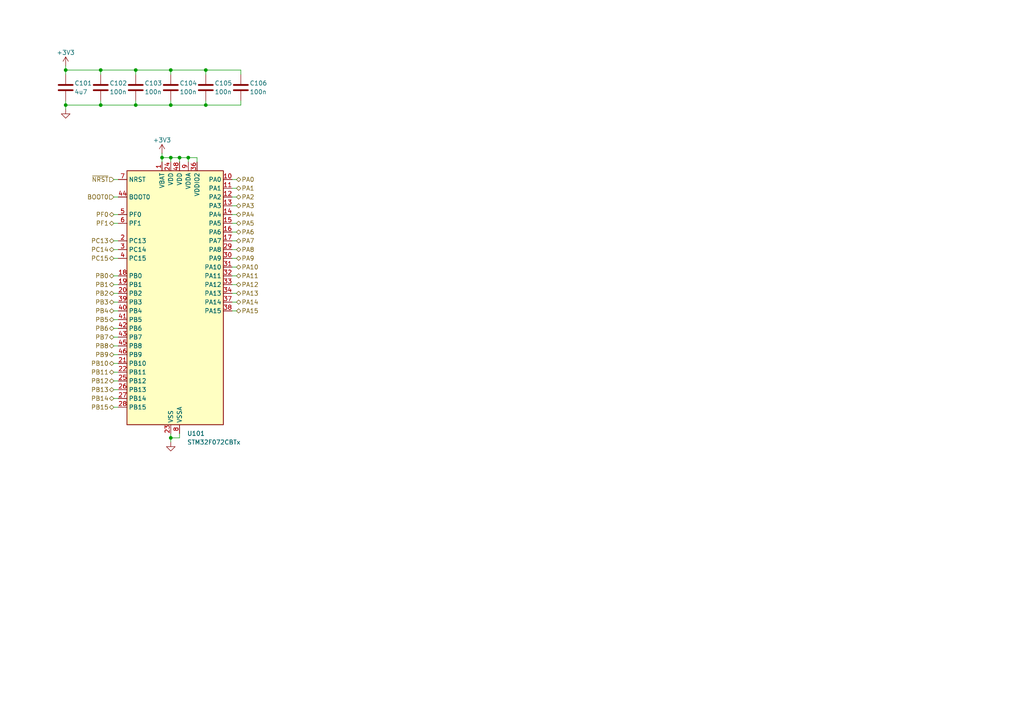
<source format=kicad_sch>
(kicad_sch (version 20231120) (generator "eeschema") (generator_version "8.0")
  (paper "A4")
  (title_block (title "MCU: STM32F072CB") (date "2024-07-08") (rev "1") (company "Scott CJX"))
  (lib_symbols
    (symbol "Device:C" (pin_numbers hide) (pin_names (offset 0.254))
      (property "Reference" "C" (at 0.635 2.54 0))
      (property "Value" "C" (at 0.635 -2.54 0))
      (symbol "C_0_1"
        (polyline (pts (xy -2.032 -0.762) (xy 2.032 -0.762)) (stroke (width 0.508)))
        (polyline (pts (xy -2.032 0.762) (xy 2.032 0.762)) (stroke (width 0.508)))
      )
      (symbol "C_1_1"
        (pin passive line (at 0 3.81 270) (length 2.794) (name "~") (number "1"))
        (pin passive line (at 0 -3.81 90) (length 2.794) (name "~") (number "2"))
      )
    )
    (symbol "MCU_ST_STM32F0:STM32F072CBTx"
      (property "Reference" "U" (at -12.7 39.37 0))
      (property "Value" "STM32F072CBTx" (at 10.16 39.37 0))
      (symbol "STM32F072CBTx_0_1"
        (rectangle (start -12.7 -35.56) (end 15.24 38.1) (stroke (width 0.254)) (fill (type background)))
      )
      (symbol "STM32F072CBTx_1_1"
        (pin power_in line (at -2.54 40.64 270) (length 2.54) (name "VBAT") (number "1"))
        (pin bidirectional line (at 17.78 35.56 180) (length 2.54) (name "PA0") (number "10"))
        (pin bidirectional line (at 17.78 33.02 180) (length 2.54) (name "PA1") (number "11"))
        (pin bidirectional line (at 17.78 30.48 180) (length 2.54) (name "PA2") (number "12"))
        (pin bidirectional line (at 17.78 27.94 180) (length 2.54) (name "PA3") (number "13"))
        (pin bidirectional line (at 17.78 25.4 180) (length 2.54) (name "PA4") (number "14"))
        (pin bidirectional line (at 17.78 22.86 180) (length 2.54) (name "PA5") (number "15"))
        (pin bidirectional line (at 17.78 20.32 180) (length 2.54) (name "PA6") (number "16"))
        (pin bidirectional line (at 17.78 17.78 180) (length 2.54) (name "PA7") (number "17"))
        (pin bidirectional line (at -15.24 7.62 0) (length 2.54) (name "PB0") (number "18"))
        (pin bidirectional line (at -15.24 5.08 0) (length 2.54) (name "PB1") (number "19"))
        (pin bidirectional line (at -15.24 17.78 0) (length 2.54) (name "PC13") (number "2"))
        (pin bidirectional line (at -15.24 2.54 0) (length 2.54) (name "PB2") (number "20"))
        (pin bidirectional line (at -15.24 -17.78 0) (length 2.54) (name "PB10") (number "21"))
        (pin bidirectional line (at -15.24 -20.32 0) (length 2.54) (name "PB11") (number "22"))
        (pin power_in line (at 0 -38.1 90) (length 2.54) (name "VSS") (number "23"))
        (pin power_in line (at 0 40.64 270) (length 2.54) (name "VDD") (number "24"))
        (pin bidirectional line (at -15.24 -22.86 0) (length 2.54) (name "PB12") (number "25"))
        (pin bidirectional line (at -15.24 -25.4 0) (length 2.54) (name "PB13") (number "26"))
        (pin bidirectional line (at -15.24 -27.94 0) (length 2.54) (name "PB14") (number "27"))
        (pin bidirectional line (at -15.24 -30.48 0) (length 2.54) (name "PB15") (number "28"))
        (pin bidirectional line (at 17.78 15.24 180) (length 2.54) (name "PA8") (number "29"))
        (pin bidirectional line (at -15.24 15.24 0) (length 2.54) (name "PC14") (number "3"))
        (pin bidirectional line (at 17.78 12.7 180) (length 2.54) (name "PA9") (number "30"))
        (pin bidirectional line (at 17.78 10.16 180) (length 2.54) (name "PA10") (number "31"))
        (pin bidirectional line (at 17.78 7.62 180) (length 2.54) (name "PA11") (number "32"))
        (pin bidirectional line (at 17.78 5.08 180) (length 2.54) (name "PA12") (number "33"))
        (pin bidirectional line (at 17.78 2.54 180) (length 2.54) (name "PA13") (number "34"))
        (pin passive line (at 0 -38.1 90) (length 2.54) hide (name "VSS") (number "35"))
        (pin power_in line (at 7.62 40.64 270) (length 2.54) (name "VDDIO2") (number "36"))
        (pin bidirectional line (at 17.78 0 180) (length 2.54) (name "PA14") (number "37"))
        (pin bidirectional line (at 17.78 -2.54 180) (length 2.54) (name "PA15") (number "38"))
        (pin bidirectional line (at -15.24 0 0) (length 2.54) (name "PB3") (number "39"))
        (pin bidirectional line (at -15.24 12.7 0) (length 2.54) (name "PC15") (number "4"))
        (pin bidirectional line (at -15.24 -2.54 0) (length 2.54) (name "PB4") (number "40"))
        (pin bidirectional line (at -15.24 -5.08 0) (length 2.54) (name "PB5") (number "41"))
        (pin bidirectional line (at -15.24 -7.62 0) (length 2.54) (name "PB6") (number "42"))
        (pin bidirectional line (at -15.24 -10.16 0) (length 2.54) (name "PB7") (number "43"))
        (pin input line (at -15.24 30.48 0) (length 2.54) (name "BOOT0") (number "44"))
        (pin bidirectional line (at -15.24 -12.7 0) (length 2.54) (name "PB8") (number "45"))
        (pin bidirectional line (at -15.24 -15.24 0) (length 2.54) (name "PB9") (number "46"))
        (pin passive line (at 0 -38.1 90) (length 2.54) hide (name "VSS") (number "47"))
        (pin power_in line (at 2.54 40.64 270) (length 2.54) (name "VDD") (number "48"))
        (pin bidirectional line (at -15.24 25.4 0) (length 2.54) (name "PF0") (number "5"))
        (pin bidirectional line (at -15.24 22.86 0) (length 2.54) (name "PF1") (number "6"))
        (pin input line (at -15.24 35.56 0) (length 2.54) (name "NRST") (number "7"))
        (pin power_in line (at 2.54 -38.1 90) (length 2.54) (name "VSSA") (number "8"))
        (pin power_in line (at 5.08 40.64 270) (length 2.54) (name "VDDA") (number "9"))
      )
    )
    (symbol "power:+3V3" (power) (pin_numbers hide) (pin_names (offset 0) hide)
      (property "Value" "+3V3" (at 0 3.556 0))
      (symbol "+3V3_0_1"
        (polyline (pts (xy -0.762 1.27) (xy 0 2.54)))
        (polyline (pts (xy 0 0) (xy 0 2.54)))
        (polyline (pts (xy 0 2.54) (xy 0.762 1.27)))
      )
      (symbol "+3V3_1_1"
        (pin power_in line (at 0 0 90) (length 0) (name "~") (number "1"))
      )
    )
    (symbol "power:GND" (power) (pin_numbers hide) (pin_names (offset 0) hide)
      (property "Value" "GND" (at 0 -3.81 0))
      (symbol "GND_0_1"
        (polyline (pts (xy 0 0) (xy 0 -1.27) (xy 1.27 -1.27) (xy 0 -2.54) (xy -1.27 -1.27) (xy 0 -1.27)))
      )
      (symbol "GND_1_1"
        (pin power_in line (at 0 0 270) (length 0) (name "~") (number "1"))
      )
    )
    (symbol "scottcjx-common-parts:100nF" (pin_numbers hide) (pin_names (offset 0.254))
      (property "Reference" "C" (at 0.635 2.54 0))
      (property "Value" "100n" (at 0.635 -2.54 0))
      (symbol "100nF_0_1"
        (polyline (pts (xy -2.032 -0.762) (xy 2.032 -0.762)) (stroke (width 0.508)))
        (polyline (pts (xy -2.032 0.762) (xy 2.032 0.762)) (stroke (width 0.508)))
      )
      (symbol "100nF_1_1"
        (pin passive line (at 0 3.81 270) (length 2.794) (name "~") (number "1"))
        (pin passive line (at 0 -3.81 90) (length 2.794) (name "~") (number "2"))
      )
    )
  )
  (junction (at 39.37 30.48))
  (junction (at 54.61 45.72))
  (junction (at 19.05 30.48))
  (junction (at 59.69 30.48))
  (junction (at 39.37 20.32))
  (junction (at 46.99 45.72))
  (junction (at 52.07 45.72))
  (junction (at 29.21 30.48))
  (junction (at 49.53 20.32))
  (junction (at 59.69 20.32))
  (junction (at 49.53 30.48))
  (junction (at 29.21 20.32))
  (junction (at 49.53 127))
  (junction (at 49.53 45.72))
  (junction (at 19.05 20.32))
  (wire (pts (xy 29.21 20.32) (xy 39.37 20.32)))
  (wire (pts (xy 49.53 125.73) (xy 49.53 127)))
  (wire (pts (xy 68.58 64.77) (xy 67.31 64.77)))
  (wire (pts (xy 68.58 82.55) (xy 67.31 82.55)))
  (wire (pts (xy 33.02 62.23) (xy 34.29 62.23)))
  (wire (pts (xy 46.99 44.45) (xy 46.99 45.72)))
  (wire (pts (xy 68.58 90.17) (xy 67.31 90.17)))
  (wire (pts (xy 33.02 90.17) (xy 34.29 90.17)))
  (wire (pts (xy 33.02 110.49) (xy 34.29 110.49)))
  (wire (pts (xy 33.02 100.33) (xy 34.29 100.33)))
  (wire (pts (xy 29.21 20.32) (xy 29.21 21.59)))
  (wire (pts (xy 68.58 69.85) (xy 67.31 69.85)))
  (wire (pts (xy 46.99 45.72) (xy 49.53 45.72)))
  (wire (pts (xy 52.07 45.72) (xy 52.07 46.99)))
  (wire (pts (xy 29.21 30.48) (xy 29.21 29.21)))
  (wire (pts (xy 46.99 45.72) (xy 46.99 46.99)))
  (wire (pts (xy 69.85 20.32) (xy 69.85 21.59)))
  (wire (pts (xy 68.58 74.93) (xy 67.31 74.93)))
  (wire (pts (xy 68.58 57.15) (xy 67.31 57.15)))
  (wire (pts (xy 33.02 80.01) (xy 34.29 80.01)))
  (wire (pts (xy 33.02 87.63) (xy 34.29 87.63)))
  (wire (pts (xy 49.53 127) (xy 49.53 128.27)))
  (wire (pts (xy 68.58 62.23) (xy 67.31 62.23)))
  (wire (pts (xy 19.05 30.48) (xy 29.21 30.48)))
  (wire (pts (xy 33.02 57.15) (xy 34.29 57.15)))
  (wire (pts (xy 39.37 30.48) (xy 49.53 30.48)))
  (wire (pts (xy 33.02 85.09) (xy 34.29 85.09)))
  (wire (pts (xy 52.07 127) (xy 52.07 125.73)))
  (wire (pts (xy 19.05 20.32) (xy 19.05 21.59)))
  (wire (pts (xy 39.37 30.48) (xy 39.37 29.21)))
  (wire (pts (xy 59.69 30.48) (xy 69.85 30.48)))
  (wire (pts (xy 33.02 115.57) (xy 34.29 115.57)))
  (wire (pts (xy 33.02 97.79) (xy 34.29 97.79)))
  (wire (pts (xy 49.53 30.48) (xy 59.69 30.48)))
  (wire (pts (xy 59.69 20.32) (xy 69.85 20.32)))
  (wire (pts (xy 68.58 80.01) (xy 67.31 80.01)))
  (wire (pts (xy 49.53 20.32) (xy 49.53 21.59)))
  (wire (pts (xy 39.37 20.32) (xy 49.53 20.32)))
  (wire (pts (xy 33.02 107.95) (xy 34.29 107.95)))
  (wire (pts (xy 33.02 118.11) (xy 34.29 118.11)))
  (wire (pts (xy 33.02 82.55) (xy 34.29 82.55)))
  (wire (pts (xy 68.58 54.61) (xy 67.31 54.61)))
  (wire (pts (xy 54.61 45.72) (xy 57.15 45.72)))
  (wire (pts (xy 33.02 72.39) (xy 34.29 72.39)))
  (wire (pts (xy 33.02 92.71) (xy 34.29 92.71)))
  (wire (pts (xy 39.37 20.32) (xy 39.37 21.59)))
  (wire (pts (xy 59.69 20.32) (xy 59.69 21.59)))
  (wire (pts (xy 19.05 19.05) (xy 19.05 20.32)))
  (wire (pts (xy 29.21 30.48) (xy 39.37 30.48)))
  (wire (pts (xy 49.53 45.72) (xy 49.53 46.99)))
  (wire (pts (xy 33.02 69.85) (xy 34.29 69.85)))
  (wire (pts (xy 19.05 20.32) (xy 29.21 20.32)))
  (wire (pts (xy 33.02 95.25) (xy 34.29 95.25)))
  (wire (pts (xy 68.58 59.69) (xy 67.31 59.69)))
  (wire (pts (xy 49.53 127) (xy 52.07 127)))
  (wire (pts (xy 68.58 67.31) (xy 67.31 67.31)))
  (wire (pts (xy 68.58 72.39) (xy 67.31 72.39)))
  (wire (pts (xy 54.61 45.72) (xy 54.61 46.99)))
  (wire (pts (xy 33.02 102.87) (xy 34.29 102.87)))
  (wire (pts (xy 49.53 30.48) (xy 49.53 29.21)))
  (wire (pts (xy 59.69 30.48) (xy 59.69 29.21)))
  (wire (pts (xy 68.58 87.63) (xy 67.31 87.63)))
  (wire (pts (xy 68.58 52.07) (xy 67.31 52.07)))
  (wire (pts (xy 49.53 45.72) (xy 52.07 45.72)))
  (wire (pts (xy 52.07 45.72) (xy 54.61 45.72)))
  (wire (pts (xy 19.05 30.48) (xy 19.05 31.75)))
  (wire (pts (xy 33.02 52.07) (xy 34.29 52.07)))
  (wire (pts (xy 33.02 64.77) (xy 34.29 64.77)))
  (wire (pts (xy 33.02 105.41) (xy 34.29 105.41)))
  (wire (pts (xy 69.85 29.21) (xy 69.85 30.48)))
  (wire (pts (xy 33.02 113.03) (xy 34.29 113.03)))
  (wire (pts (xy 19.05 30.48) (xy 19.05 29.21)))
  (wire (pts (xy 68.58 85.09) (xy 67.31 85.09)))
  (wire (pts (xy 33.02 74.93) (xy 34.29 74.93)))
  (wire (pts (xy 49.53 20.32) (xy 59.69 20.32)))
  (wire (pts (xy 57.15 45.72) (xy 57.15 46.99)))
  (wire (pts (xy 68.58 77.47) (xy 67.31 77.47)))
  (hierarchical_label "PB6" (shape bidirectional) (at 33.02 95.25 180))
  (hierarchical_label "PA9" (shape bidirectional) (at 68.58 74.93 0))
  (hierarchical_label "PB14" (shape bidirectional) (at 33.02 115.57 180))
  (hierarchical_label "PA5" (shape bidirectional) (at 68.58 64.77 0))
  (hierarchical_label "PB10" (shape bidirectional) (at 33.02 105.41 180))
  (hierarchical_label "PA2" (shape bidirectional) (at 68.58 57.15 0))
  (hierarchical_label "PB0" (shape bidirectional) (at 33.02 80.01 180))
  (hierarchical_label "PB4" (shape bidirectional) (at 33.02 90.17 180))
  (hierarchical_label "PA13" (shape bidirectional) (at 68.58 85.09 0))
  (hierarchical_label "PC15" (shape bidirectional) (at 33.02 74.93 180))
  (hierarchical_label "BOOT0" (shape input) (at 33.02 57.15 180))
  (hierarchical_label "PA4" (shape bidirectional) (at 68.58 62.23 0))
  (hierarchical_label "PA11" (shape bidirectional) (at 68.58 80.01 0))
  (hierarchical_label "PA7" (shape bidirectional) (at 68.58 69.85 0))
  (hierarchical_label "PA1" (shape bidirectional) (at 68.58 54.61 0))
  (hierarchical_label "PA8" (shape bidirectional) (at 68.58 72.39 0))
  (hierarchical_label "PB5" (shape bidirectional) (at 33.02 92.71 180))
  (hierarchical_label "PB3" (shape bidirectional) (at 33.02 87.63 180))
  (hierarchical_label "PA0" (shape bidirectional) (at 68.58 52.07 0))
  (hierarchical_label "PA10" (shape bidirectional) (at 68.58 77.47 0))
  (hierarchical_label "PB15" (shape bidirectional) (at 33.02 118.11 180))
  (hierarchical_label "PA6" (shape bidirectional) (at 68.58 67.31 0))
  (hierarchical_label "PB7" (shape bidirectional) (at 33.02 97.79 180))
  (hierarchical_label "PB12" (shape bidirectional) (at 33.02 110.49 180))
  (hierarchical_label "PB8" (shape bidirectional) (at 33.02 100.33 180))
  (hierarchical_label "PB1" (shape bidirectional) (at 33.02 82.55 180))
  (hierarchical_label "PA15" (shape bidirectional) (at 68.58 90.17 0))
  (hierarchical_label "PF1" (shape bidirectional) (at 33.02 64.77 180))
  (hierarchical_label "PA12" (shape bidirectional) (at 68.58 82.55 0))
  (hierarchical_label "PC13" (shape bidirectional) (at 33.02 69.85 180))
  (hierarchical_label "PB9" (shape bidirectional) (at 33.02 102.87 180))
  (hierarchical_label "PC14" (shape bidirectional) (at 33.02 72.39 180))
  (hierarchical_label "PF0" (shape bidirectional) (at 33.02 62.23 180))
  (hierarchical_label "PB11" (shape bidirectional) (at 33.02 107.95 180))
  (hierarchical_label "PA14" (shape bidirectional) (at 68.58 87.63 0))
  (hierarchical_label "PB13" (shape bidirectional) (at 33.02 113.03 180))
  (hierarchical_label "PA3" (shape bidirectional) (at 68.58 59.69 0))
  (hierarchical_label "~{NRST}" (shape input) (at 33.02 52.07 180))
  (hierarchical_label "PB2" (shape bidirectional) (at 33.02 85.09 180))
  (symbol (lib_id "power:+3V3") (at 46.99 44.45 0) (unit 1)
    (property "Reference" "#PWR0102" (effects (hide yes)))
    (property "Value" "+3V3" (at 46.99 40.64 0))
    (property "Description" "Power symbol creates a global label with name \"+3V3\"" (effects (hide yes)))
  )
  (symbol (lib_id "scottcjx-common-parts:100nF") (at 39.37 25.4 0) (unit 1)
    (property "Reference" "C103" (at 41.91 24.13 0) (effects (justify left)))
    (property "Value" "100n" (at 41.91 26.67 0) (effects (justify left)))
    (property "Footprint" "Capacitor_SMD:C_0603_1608Metric" (effects (hide yes)))
    (property "Description" "Unpolarized capacitor" (effects (hide yes)))
    (property "LCSC" "C14663" (effects (hide yes)))
    (property "Assemble" "1" (effects (hide yes)))
  )
  (symbol (lib_id "power:GND") (at 19.05 31.75 0) (unit 1)
    (property "Reference" "#PWR0104" (effects (hide yes)))
    (property "Value" "GND" (effects (hide yes)))
    (property "Assemble" "0" (effects (hide yes)))
  )
  (symbol (lib_id "scottcjx-common-parts:100nF") (at 59.69 25.4 0) (unit 1)
    (property "Reference" "C105" (at 62.23 24.13 0) (effects (justify left)))
    (property "Value" "100n" (at 62.23 26.67 0) (effects (justify left)))
    (property "Footprint" "Capacitor_SMD:C_0603_1608Metric" (effects (hide yes)))
    (property "Description" "Unpolarized capacitor" (effects (hide yes)))
    (property "LCSC" "C14663" (effects (hide yes)))
    (property "Assemble" "1" (effects (hide yes)))
  )
  (symbol (lib_id "scottcjx-common-parts:100nF") (at 49.53 25.4 0) (unit 1)
    (property "Reference" "C104" (at 52.07 24.13 0) (effects (justify left)))
    (property "Value" "100n" (at 52.07 26.67 0) (effects (justify left)))
    (property "Footprint" "Capacitor_SMD:C_0603_1608Metric" (effects (hide yes)))
    (property "Description" "Unpolarized capacitor" (effects (hide yes)))
    (property "LCSC" "C14663" (effects (hide yes)))
    (property "Assemble" "1" (effects (hide yes)))
  )
  (symbol (lib_id "scottcjx-common-parts:100nF") (at 69.85 25.4 0) (unit 1)
    (property "Reference" "C106" (at 72.39 24.13 0) (effects (justify left)))
    (property "Value" "100n" (at 72.39 26.67 0) (effects (justify left)))
    (property "Footprint" "Capacitor_SMD:C_0603_1608Metric" (effects (hide yes)))
    (property "Description" "Unpolarized capacitor" (effects (hide yes)))
    (property "LCSC" "C14663" (effects (hide yes)))
    (property "Assemble" "1" (effects (hide yes)))
  )
  (symbol (lib_id "scottcjx-common-parts:100nF") (at 29.21 25.4 0) (unit 1)
    (property "Reference" "C102" (at 31.75 24.13 0) (effects (justify left)))
    (property "Value" "100n" (at 31.75 26.67 0) (effects (justify left)))
    (property "Footprint" "Capacitor_SMD:C_0603_1608Metric" (effects (hide yes)))
    (property "Description" "Unpolarized capacitor" (effects (hide yes)))
    (property "LCSC" "C14663" (effects (hide yes)))
    (property "Assemble" "1" (effects (hide yes)))
  )
  (symbol (lib_id "power:GND") (at 49.53 128.27 0) (unit 1)
    (property "Reference" "#PWR0101" (effects (hide yes)))
    (property "Value" "GND" (effects (hide yes)))
    (property "Description" "Power symbol creates a global label with name \"GND\" , ground" (effects (hide yes)))
  )
  (symbol (lib_id "MCU_ST_STM32F0:STM32F072CBTx") (at 49.53 87.63 0) (unit 1)
    (property "Reference" "U101" (at 54.2641 125.73 0) (effects (justify left)))
    (property "Value" "STM32F072CBTx" (at 54.2641 128.27 0) (effects (justify left)))
    (property "Footprint" "Package_QFP:LQFP-48_7x7mm_P0.5mm" (effects (hide yes)))
    (property "Datasheet" "https://www.st.com/resource/en/datasheet/stm32f072cb.pdf" (effects (hide yes)))
    (property "Description" "STMicroelectronics Arm Cortex-M0 MCU, 128KB flash, 16KB RAM, 48 MHz, 2.0-3.6V, 37 GPIO, LQFP48" (effects (hide yes)))
  )
  (symbol (lib_id "Device:C") (at 19.05 25.4 0) (unit 1)
    (property "Reference" "C101" (at 21.59 24.13 0) (effects (justify left)))
    (property "Value" "4u7" (at 21.59 26.67 0) (effects (justify left)))
    (property "Footprint" "Capacitor_SMD:C_0805_2012Metric" (effects (hide yes)))
    (property "LCSC" "C1779" (effects (hide yes)))
    (property "Assemble" "1" (effects (hide yes)))
  )
  (symbol (lib_id "power:+3V3") (at 19.05 19.05 0) (unit 1)
    (property "Reference" "#PWR0105" (effects (hide yes)))
    (property "Value" "+3V3" (at 19.05 15.24 0))
    (property "Description" "Power symbol creates a global label with name \"+3V3\"" (effects (hide yes)))
  )
)
</source>
